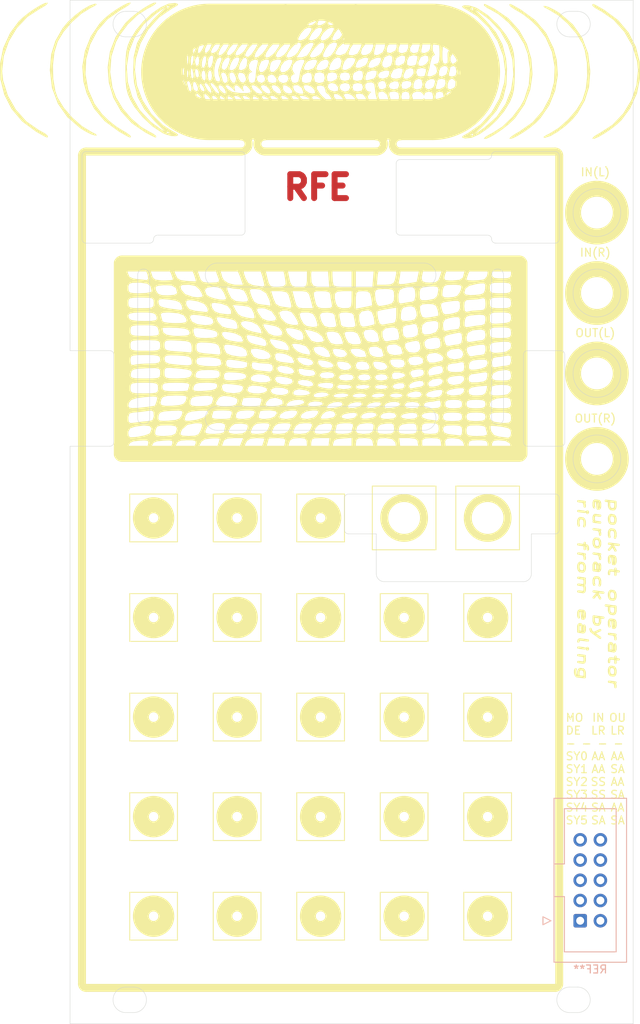
<source format=kicad_pcb>
(kicad_pcb (version 20171130) (host pcbnew "(5.1.12-1-10_14)")
  (layers (0 F.Cu signal) (31 B.Cu signal) (34 B.Paste user) (35 F.Paste user) (36 B.SilkS user) (37 F.SilkS user) (38 B.Mask user hide) (39 F.Mask user hide) (44 Edge.Cuts user))
  (net 0 "")
  (module Connector_IDC:IDC-Header_2x05_P2.54mm_Vertical (layer B.Cu) (at 64.135 115.57)
    (fp_text reference REF** (at 1.27 6.1) (layer B.SilkS) (effects (justify mirror)))
    (fp_text value IDC-Header_2x05_P2.54mm_Vertical)
    (pad 10 thru_hole circle (at 2.54 -10.16) (size 1.7 1.7) (drill 1) (layers *.Cu *.Mask))
    (pad 8 thru_hole circle (at 2.54 -7.62) (size 1.7 1.7) (drill 1) (layers *.Cu *.Mask))
    (pad 6 thru_hole circle (at 2.54 -5.08) (size 1.7 1.7) (drill 1) (layers *.Cu *.Mask))
    (pad 4 thru_hole circle (at 2.54 -2.54) (size 1.7 1.7) (drill 1) (layers *.Cu *.Mask))
    (pad 2 thru_hole circle (at 2.54 0) (size 1.7 1.7) (drill 1) (layers *.Cu *.Mask))
    (pad 9 thru_hole circle (at 0 -10.16) (size 1.7 1.7) (drill 1) (layers *.Cu *.Mask))
    (pad 7 thru_hole circle (at 0 -7.62) (size 1.7 1.7) (drill 1) (layers *.Cu *.Mask))
    (pad 5 thru_hole circle (at 0 -5.08) (size 1.7 1.7) (drill 1) (layers *.Cu *.Mask))
    (pad 3 thru_hole circle (at 0 -2.54) (size 1.7 1.7) (drill 1) (layers *.Cu *.Mask))
    (pad 1 thru_hole roundrect (at 0 0) (size 1.7 1.7) (drill 1) (layers *.Cu *.Mask) (roundrect_rratio 0.147059))
  )
  (module pocket-operator-eurorack:screen (layer F.Cu) (at 31.115 45.085)
    (fp_text reference G*** hide)
    (fp_text value LOGO hide)
  )
  (module "" (layer F.Cu) (at 22.225 12.065)
    (fp_text reference "" (at 22.86 12.7) (layer F.SilkS) (effects (font (size 1.27 1.27))))
    (fp_text value "" (at 22.86 12.7) (layer F.SilkS) (effects (font (size 1.27 1.27))))
  )
  (module pocket-operator-eurorack:side (layer F.Cu) (at 60.325 8.99 180)
    (fp_text reference G*** hide)
    (fp_text value LOGO hide)
  )
  (module pocket-operator-eurorack:side (layer F.Cu) (at 2.54 8.722632)
    (fp_text reference G*** hide)
    (fp_text value LOGO hide)
  )
  (module pocket-operator-eurorack:hook_fill_2 (layer F.Cu) (at 31.75 8.255)
    (fp_text reference G*** hide)
    (fp_text value LOGO hide)
  )
  (gr_arc (start 57 72) (end 57 73) (angle -90) (layer Edge.Cuts) (width 0.05))
  (gr_arc (start 39.5 72) (end 38.5 72) (angle -90) (layer Edge.Cuts) (width 0.05))
  (gr_line (start 35 67) (end 38.5 67) (layer Edge.Cuts) (width 0.05))
  (gr_line (start 38.5 72) (end 38.5 67) (layer Edge.Cuts) (width 0.05))
  (gr_line (start 57 73) (end 39.5 73) (layer Edge.Cuts) (width 0.05))
  (gr_line (start 58 67) (end 58 72) (layer Edge.Cuts) (width 0.05))
  (gr_line (start 11 29.5) (end 21.5 29.5) (layer Edge.Cuts) (width 0.05))
  (gr_arc (start 53.5 19.5) (end 53.5 19) (angle -90) (layer Edge.Cuts) (width 0.05))
  (gr_line (start 41.5 20) (end 52.5 20) (layer Edge.Cuts) (width 0.05))
  (gr_arc (start 52.5 19.5) (end 53 19.5) (angle 90) (layer Edge.Cuts) (width 0.05))
  (gr_line (start 57.000001 55.5) (end 57 44.5) (layer Edge.Cuts) (width 0.05))
  (gr_line (start 62.199999 44.5) (end 62.2 55.5) (layer Edge.Cuts) (width 0.05))
  (gr_arc (start 57.5 55.5) (end 57.5 55.999999) (angle 90) (layer Edge.Cuts) (width 0.05))
  (gr_arc (start 61.7 55.5) (end 61.7 56) (angle -90) (layer Edge.Cuts) (width 0.05))
  (gr_line (start 57.5 56) (end 61.7 56) (layer Edge.Cuts) (width 0.05))
  (gr_arc (start 57.5 44.5) (end 57.5 44) (angle -90) (layer Edge.Cuts) (width 0.05))
  (gr_arc (start 61.7 44.5) (end 61.7 44.000001) (angle 90) (layer Edge.Cuts) (width 0.05))
  (gr_line (start 61.7 44) (end 57.5 44) (layer Edge.Cuts) (width 0.05))
  (gr_line (start 0 0) (end 0 44) (layer Edge.Cuts) (width 0.05))
  (gr_line (start 5.5 44.5) (end 5.5 55.5) (layer Edge.Cuts) (width 0.05))
  (gr_arc (start 5 44.5) (end 5 44) (angle 90) (layer Edge.Cuts) (width 0.05))
  (gr_arc (start 5 55.5) (end 5 56) (angle -90) (layer Edge.Cuts) (width 0.05))
  (gr_line (start 0 44) (end 5 44) (layer Edge.Cuts) (width 0.05))
  (gr_line (start 0 56) (end 5 56) (layer Edge.Cuts) (width 0.05))
  (gr_text RFE (at 31.115 23.495) (layer F.Cu) (effects (font (size 3 3) (thickness 0.75))))
  (gr_line (start 6.5 57) (end 56.5 57) (layer F.SilkS) (width 1.9))
  (gr_line (start 6.5 33) (end 56.5 33) (layer F.SilkS) (width 1.9))
  (gr_line (start 56.75 33) (end 56.75 57) (layer F.SilkS) (width 1.5))
  (gr_line (start 6.25 33) (end 6.25 57) (layer F.SilkS) (width 1.5))
  (gr_line (start 56 56) (end 7 56) (layer F.SilkS) (width 0.12))
  (gr_line (start 7 34) (end 56 34) (layer F.SilkS) (width 0.12))
  (gr_line (start 56 34) (end 56 56) (layer F.SilkS) (width 0.12))
  (gr_line (start 7 34) (end 7 56) (layer F.SilkS) (width 0.12))
  (gr_circle (center 42 65) (end 44.5 65) (layer F.SilkS) (width 1))
  (gr_line (start 49.5 112) (end 55.5 112) (layer F.SilkS) (width 0.12))
  (gr_line (start 39 112) (end 45 112) (layer F.SilkS) (width 0.12))
  (gr_line (start 28.5 112) (end 34.5 112) (layer F.SilkS) (width 0.12))
  (gr_line (start 18 112) (end 24 112) (layer F.SilkS) (width 0.12))
  (gr_line (start 7.5 112) (end 13.5 112) (layer F.SilkS) (width 0.12))
  (gr_line (start 49.5 99.5) (end 55.5 99.5) (layer F.SilkS) (width 0.12))
  (gr_line (start 39 99.5) (end 45 99.5) (layer F.SilkS) (width 0.12))
  (gr_line (start 28.5 99.5) (end 34.5 99.5) (layer F.SilkS) (width 0.12))
  (gr_line (start 18 99.5) (end 24 99.5) (layer F.SilkS) (width 0.12))
  (gr_line (start 7.5 99.5) (end 13.5 99.5) (layer F.SilkS) (width 0.12))
  (gr_line (start 49.5 87) (end 55.5 87) (layer F.SilkS) (width 0.12))
  (gr_line (start 39 87) (end 45 87) (layer F.SilkS) (width 0.12))
  (gr_line (start 28.5 87) (end 34.5 87) (layer F.SilkS) (width 0.12))
  (gr_line (start 18 87) (end 24 87) (layer F.SilkS) (width 0.12))
  (gr_line (start 7.5 87) (end 13.5 87) (layer F.SilkS) (width 0.12))
  (gr_line (start 49.5 74.5) (end 55.5 74.5) (layer F.SilkS) (width 0.12))
  (gr_line (start 39 74.5) (end 45 74.5) (layer F.SilkS) (width 0.12))
  (gr_line (start 28.5 74.5) (end 34.5 74.5) (layer F.SilkS) (width 0.12))
  (gr_line (start 18 74.5) (end 24 74.5) (layer F.SilkS) (width 0.12))
  (gr_line (start 7.5 74.5) (end 13.5 74.5) (layer F.SilkS) (width 0.12))
  (gr_line (start 48.5 61) (end 56.5 61) (layer F.SilkS) (width 0.12))
  (gr_line (start 38 61) (end 46 61) (layer F.SilkS) (width 0.12))
  (gr_line (start 28.5 62) (end 34.5 62) (layer F.SilkS) (width 0.12))
  (gr_line (start 18 62) (end 24 62) (layer F.SilkS) (width 0.12))
  (gr_circle (center 52.5 115) (end 53.1 115) (layer F.SilkS) (width 2))
  (gr_circle (center 42 115) (end 42.6 115) (layer F.SilkS) (width 2))
  (gr_circle (center 31.5 115) (end 32.1 115) (layer F.SilkS) (width 2))
  (gr_circle (center 21 115) (end 21.6 115) (layer F.SilkS) (width 2))
  (gr_circle (center 10.5 115) (end 11.1 115) (layer F.SilkS) (width 2))
  (gr_circle (center 52.5 102.5) (end 53.1 102.5) (layer F.SilkS) (width 2))
  (gr_circle (center 42 102.5) (end 42.6 102.5) (layer F.SilkS) (width 2))
  (gr_circle (center 31.5 102.5) (end 32.1 102.5) (layer F.SilkS) (width 2))
  (gr_circle (center 21 102.5) (end 21.6 102.5) (layer F.SilkS) (width 2))
  (gr_circle (center 10.5 102.5) (end 11.1 102.5) (layer F.SilkS) (width 2))
  (gr_circle (center 52.5 90) (end 53.1 90) (layer F.SilkS) (width 2))
  (gr_circle (center 42 90) (end 42.6 90) (layer F.SilkS) (width 2))
  (gr_circle (center 31.5 90) (end 32.1 90) (layer F.SilkS) (width 2))
  (gr_circle (center 21 90) (end 21.6 90) (layer F.SilkS) (width 2))
  (gr_circle (center 10.5 90) (end 11.1 90) (layer F.SilkS) (width 2))
  (gr_circle (center 52.5 77.5) (end 53.1 77.5) (layer F.SilkS) (width 2))
  (gr_circle (center 42 77.5) (end 42.6 77.5) (layer F.SilkS) (width 2))
  (gr_circle (center 31.5 77.5) (end 32.1 77.5) (layer F.SilkS) (width 2))
  (gr_circle (center 21 77.5) (end 21.6 77.5) (layer F.SilkS) (width 2))
  (gr_circle (center 10.5 77.5) (end 11.1 77.5) (layer F.SilkS) (width 2))
  (gr_circle (center 52.5 65) (end 55 65) (layer F.SilkS) (width 1))
  (gr_circle (center 31.5 65) (end 32.1 65) (layer F.SilkS) (width 2))
  (gr_circle (center 21 65) (end 21.6 65) (layer F.SilkS) (width 2))
  (gr_line (start 49.5 112) (end 49.5 118) (layer F.SilkS) (width 0.12))
  (gr_line (start 39 112) (end 39 118) (layer F.SilkS) (width 0.12))
  (gr_line (start 28.5 112) (end 28.5 118) (layer F.SilkS) (width 0.12))
  (gr_line (start 18 112) (end 18 118) (layer F.SilkS) (width 0.12))
  (gr_line (start 7.5 112) (end 7.5 118) (layer F.SilkS) (width 0.12))
  (gr_line (start 49.5 99.5) (end 49.5 105.5) (layer F.SilkS) (width 0.12))
  (gr_line (start 39 99.5) (end 39 105.5) (layer F.SilkS) (width 0.12))
  (gr_line (start 28.5 99.5) (end 28.5 105.5) (layer F.SilkS) (width 0.12))
  (gr_line (start 18 99.5) (end 18 105.5) (layer F.SilkS) (width 0.12))
  (gr_line (start 7.5 99.5) (end 7.5 105.5) (layer F.SilkS) (width 0.12))
  (gr_line (start 49.5 87) (end 49.5 93) (layer F.SilkS) (width 0.12))
  (gr_line (start 39 87) (end 39 93) (layer F.SilkS) (width 0.12))
  (gr_line (start 28.5 87) (end 28.5 93) (layer F.SilkS) (width 0.12))
  (gr_line (start 18 87) (end 18 93) (layer F.SilkS) (width 0.12))
  (gr_line (start 7.5 87) (end 7.5 93) (layer F.SilkS) (width 0.12))
  (gr_line (start 49.5 74.5) (end 49.5 80.5) (layer F.SilkS) (width 0.12))
  (gr_line (start 39 74.5) (end 39 80.5) (layer F.SilkS) (width 0.12))
  (gr_line (start 28.5 74.5) (end 28.5 80.5) (layer F.SilkS) (width 0.12))
  (gr_line (start 18 74.5) (end 18 80.5) (layer F.SilkS) (width 0.12))
  (gr_line (start 7.5 74.5) (end 7.5 80.5) (layer F.SilkS) (width 0.12))
  (gr_line (start 48.5 61) (end 48.5 69) (layer F.SilkS) (width 0.12))
  (gr_line (start 38 61) (end 38 69) (layer F.SilkS) (width 0.12))
  (gr_line (start 28.5 62) (end 28.5 68) (layer F.SilkS) (width 0.12))
  (gr_line (start 18 62) (end 18 68) (layer F.SilkS) (width 0.12))
  (gr_line (start 49.5 118) (end 55.5 118) (layer F.SilkS) (width 0.12))
  (gr_line (start 39 118) (end 45 118) (layer F.SilkS) (width 0.12))
  (gr_line (start 28.5 118) (end 34.5 118) (layer F.SilkS) (width 0.12))
  (gr_line (start 18 118) (end 24 118) (layer F.SilkS) (width 0.12))
  (gr_line (start 7.5 118) (end 13.5 118) (layer F.SilkS) (width 0.12))
  (gr_line (start 49.5 105.5) (end 55.5 105.5) (layer F.SilkS) (width 0.12))
  (gr_line (start 39 105.5) (end 45 105.5) (layer F.SilkS) (width 0.12))
  (gr_line (start 28.5 105.5) (end 34.5 105.5) (layer F.SilkS) (width 0.12))
  (gr_line (start 18 105.5) (end 24 105.5) (layer F.SilkS) (width 0.12))
  (gr_line (start 7.5 105.5) (end 13.5 105.5) (layer F.SilkS) (width 0.12))
  (gr_line (start 49.5 93) (end 55.5 93) (layer F.SilkS) (width 0.12))
  (gr_line (start 39 93) (end 45 93) (layer F.SilkS) (width 0.12))
  (gr_line (start 28.5 93) (end 34.5 93) (layer F.SilkS) (width 0.12))
  (gr_line (start 18 93) (end 24 93) (layer F.SilkS) (width 0.12))
  (gr_line (start 7.5 93) (end 13.5 93) (layer F.SilkS) (width 0.12))
  (gr_line (start 49.5 80.5) (end 55.5 80.5) (layer F.SilkS) (width 0.12))
  (gr_line (start 39 80.5) (end 45 80.5) (layer F.SilkS) (width 0.12))
  (gr_line (start 28.5 80.5) (end 34.5 80.5) (layer F.SilkS) (width 0.12))
  (gr_line (start 18 80.5) (end 24 80.5) (layer F.SilkS) (width 0.12))
  (gr_line (start 7.5 80.5) (end 13.5 80.5) (layer F.SilkS) (width 0.12))
  (gr_line (start 48.5 69) (end 56.5 69) (layer F.SilkS) (width 0.12))
  (gr_line (start 38 69) (end 46 69) (layer F.SilkS) (width 0.12))
  (gr_line (start 28.5 68) (end 34.5 68) (layer F.SilkS) (width 0.12))
  (gr_line (start 18 68) (end 24 68) (layer F.SilkS) (width 0.12))
  (gr_line (start 55.5 112) (end 55.5 118) (layer F.SilkS) (width 0.12))
  (gr_line (start 45 112) (end 45 118) (layer F.SilkS) (width 0.12))
  (gr_line (start 34.5 112) (end 34.5 118) (layer F.SilkS) (width 0.12))
  (gr_line (start 24 112) (end 24 118) (layer F.SilkS) (width 0.12))
  (gr_line (start 13.5 112) (end 13.5 118) (layer F.SilkS) (width 0.12))
  (gr_line (start 55.5 99.5) (end 55.5 105.5) (layer F.SilkS) (width 0.12))
  (gr_line (start 45 99.5) (end 45 105.5) (layer F.SilkS) (width 0.12))
  (gr_line (start 34.5 99.5) (end 34.5 105.5) (layer F.SilkS) (width 0.12))
  (gr_line (start 24 99.5) (end 24 105.5) (layer F.SilkS) (width 0.12))
  (gr_line (start 13.5 99.5) (end 13.5 105.5) (layer F.SilkS) (width 0.12))
  (gr_line (start 55.5 87) (end 55.5 93) (layer F.SilkS) (width 0.12))
  (gr_line (start 45 87) (end 45 93) (layer F.SilkS) (width 0.12))
  (gr_line (start 34.5 87) (end 34.5 93) (layer F.SilkS) (width 0.12))
  (gr_line (start 24 87) (end 24 93) (layer F.SilkS) (width 0.12))
  (gr_line (start 13.5 87) (end 13.5 93) (layer F.SilkS) (width 0.12))
  (gr_line (start 55.5 74.5) (end 55.5 80.5) (layer F.SilkS) (width 0.12))
  (gr_line (start 45 74.5) (end 45 80.5) (layer F.SilkS) (width 0.12))
  (gr_line (start 34.5 74.5) (end 34.5 80.5) (layer F.SilkS) (width 0.12))
  (gr_line (start 24 74.5) (end 24 80.5) (layer F.SilkS) (width 0.12))
  (gr_line (start 13.5 74.5) (end 13.5 80.5) (layer F.SilkS) (width 0.12))
  (gr_line (start 56.5 61) (end 56.5 69) (layer F.SilkS) (width 0.12))
  (gr_line (start 46 61) (end 46 69) (layer F.SilkS) (width 0.12))
  (gr_line (start 34.5 62) (end 34.5 68) (layer F.SilkS) (width 0.12))
  (gr_line (start 24 62) (end 24 68) (layer F.SilkS) (width 0.12))
  (gr_circle (center 10.5 65) (end 11.1 65) (layer F.SilkS) (width 2))
  (gr_line (start 7.5 68) (end 13.5 68) (layer F.SilkS) (width 0.12))
  (gr_line (start 7.5 62) (end 13.5 62) (layer F.SilkS) (width 0.12))
  (gr_line (start 13.5 62) (end 13.5 68) (layer F.SilkS) (width 0.12))
  (gr_line (start 7.5 62) (end 7.5 68) (layer F.SilkS) (width 0.12))
  (gr_arc (start 17.5 9) (end 17.5 17.5) (angle 180) (layer F.SilkS) (width 0.12))
  (gr_text "pocket operator\neurorack by \nric from ealing" (at 66.375 62.23 -90) (layer F.SilkS) (effects (font (size 1.2 2) (thickness 0.3) italic) (justify left)))
  (gr_line (start 27.5 1.5) (end 35.5 1.5) (layer F.SilkS) (width 2))
  (gr_poly (pts (xy 28.5115 5.461) (xy 26.8605 5.461) (xy 28.5115 4.699)) (layer F.SilkS) (width 0.1))
  (gr_poly (pts (xy 36.068 5.461) (xy 34.544 5.461) (xy 34.544 4.953)) (layer F.SilkS) (width 0.1))
  (gr_arc (start 31.5 5.5) (end 34.5 5.5) (angle -180) (layer F.SilkS) (width 0.12))
  (gr_line (start 36.5 3) (end 45.5 3) (layer F.SilkS) (width 5))
  (gr_line (start 17.5 3) (end 26.5 3) (layer F.SilkS) (width 5))
  (gr_arc (start 45.5 9) (end 45.5 3) (angle 180) (layer F.SilkS) (width 5))
  (gr_arc (start 17.5 9) (end 17.5 3) (angle -180) (layer F.SilkS) (width 5))
  (gr_line (start 17.5 15) (end 45.5 15) (layer F.SilkS) (width 5))
  (gr_arc (start 45.5 9) (end 45.5 12.5) (angle -180) (layer F.SilkS) (width 0.12))
  (gr_arc (start 17.5 9) (end 17.5 5.5) (angle -180) (layer F.SilkS) (width 0.12))
  (gr_arc (start 31.496 5.461) (end 35.306 4.445) (angle -148.3693089) (layer F.SilkS) (width 2))
  (gr_line (start 34.5 5.5) (end 45.5 5.5) (layer F.SilkS) (width 0.12))
  (gr_line (start 17.5 5.5) (end 28.5 5.5) (layer F.SilkS) (width 0.12))
  (gr_line (start 17.5 12.5) (end 45.5 12.5) (layer F.SilkS) (width 0.12))
  (gr_arc (start 52.5 30) (end 53 30) (angle -90) (layer Edge.Cuts) (width 0.05))
  (gr_arc (start 41.5 20.5) (end 41.5 20) (angle -90) (layer Edge.Cuts) (width 0.05))
  (gr_line (start 61 30.5) (end 53.5 30.5) (layer Edge.Cuts) (width 0.05))
  (gr_line (start 61 19) (end 53.5 19) (layer Edge.Cuts) (width 0.05))
  (gr_line (start 61.5 30) (end 61.5 19.5) (layer Edge.Cuts) (width 0.05))
  (gr_arc (start 61 30) (end 61 30.5) (angle -90) (layer Edge.Cuts) (width 0.05))
  (gr_line (start 41.5 29.5) (end 52.5 29.5) (layer Edge.Cuts) (width 0.05))
  (gr_line (start 41 20.5) (end 41 29) (layer Edge.Cuts) (width 0.05))
  (gr_arc (start 41.5 29) (end 41 29) (angle -90) (layer Edge.Cuts) (width 0.05))
  (gr_arc (start 61 19.5) (end 61.5 19.5) (angle -90) (layer Edge.Cuts) (width 0.05))
  (gr_arc (start 53.5 30) (end 53 30) (angle -90) (layer Edge.Cuts) (width 0.05))
  (gr_arc (start 2 30) (end 1.5 30) (angle -90) (layer Edge.Cuts) (width 0.05))
  (gr_arc (start 21.5 29) (end 21.5 29.5) (angle -90) (layer Edge.Cuts) (width 0.05))
  (gr_arc (start 21.5 19.5) (end 22 19.5) (angle -90) (layer Edge.Cuts) (width 0.05))
  (gr_arc (start 10 30) (end 10 30.5) (angle -90) (layer Edge.Cuts) (width 0.05))
  (gr_arc (start 11 30) (end 10.5 30) (angle 90) (layer Edge.Cuts) (width 0.05))
  (gr_arc (start 2 19.5) (end 2 19) (angle -90) (layer Edge.Cuts) (width 0.05))
  (gr_arc (start 61 62.5) (end 61 62) (angle 90) (layer Edge.Cuts) (width 0.05))
  (gr_arc (start 61 66.5) (end 61 67) (angle -90) (layer Edge.Cuts) (width 0.05))
  (gr_arc (start 35 66.5) (end 34.5 66.5) (angle -90) (layer Edge.Cuts) (width 0.05))
  (gr_arc (start 35 62.5) (end 35 62) (angle -90) (layer Edge.Cuts) (width 0.05))
  (gr_arc (start 9.25 52.5) (end 8.5 52.5) (angle -180) (layer Edge.Cuts) (width 0.05))
  (gr_arc (start 9.25 34.5) (end 10 34.5) (angle -180) (layer Edge.Cuts) (width 0.05))
  (gr_arc (start 53.75 34.5) (end 54.5 34.5) (angle -180) (layer Edge.Cuts) (width 0.05))
  (gr_arc (start 53.75 52.5) (end 53 52.5) (angle -180) (layer Edge.Cuts) (width 0.05))
  (gr_arc (start 44.5 52.5) (end 44.5 54) (angle -180) (layer Edge.Cuts) (width 0.05))
  (gr_arc (start 18.5 52.5) (end 18.5 54) (angle 180) (layer Edge.Cuts) (width 0.05))
  (gr_arc (start 44.5 34.5) (end 44.5 36) (angle -180) (layer Edge.Cuts) (width 0.05))
  (gr_arc (start 18.5 34.5) (end 18.5 33) (angle -180) (layer Edge.Cuts) (width 0.05))
  (gr_line (start 1.5 19.5) (end 1.5 30) (layer Edge.Cuts) (width 0.05))
  (gr_text "OU\nLR\n\nAA\nSA\nAA\nSA\nAA\nSA" (at 68.834 96.52) (layer F.SilkS) (effects (font (size 1 1))))
  (gr_text "IN\nLR\n\nAA\nAA\nSS\nSS\nSA\nSA" (at 66.421 96.52) (layer F.SilkS) (effects (font (size 1 1))))
  (gr_text "MO\nDE\n- - - -\nSY0\nSY1\nSY2\nSY3\nSY4\nSY5" (at 62.23 96.52) (layer F.SilkS) (effects (font (size 1 1)) (justify left)))
  (gr_line (start 34.5 62.5) (end 34.5 66.5) (layer Edge.Cuts) (width 0.05))
  (gr_circle (center 66.24 57.59) (end 69.24 57.59) (layer F.SilkS) (width 2))
  (gr_circle (center 66.24 46.86) (end 69.24 46.86) (layer F.SilkS) (width 2))
  (gr_circle (center 66.24 36.765) (end 69.24 36.765) (layer F.SilkS) (width 2))
  (gr_circle (center 66.24 57.59) (end 69.24 57.59) (layer Edge.Cuts) (width 0.05))
  (gr_circle (center 66.24 46.86) (end 69.24 46.86) (layer Edge.Cuts) (width 0.05))
  (gr_circle (center 66.24 36.765) (end 69.24 36.765) (layer Edge.Cuts) (width 0.05))
  (gr_text "OUT(R)" (at 66.04 52.51) (layer F.SilkS) (effects (font (size 1 1))))
  (gr_text "OUT(L)" (at 66.04 41.78) (layer F.SilkS) (effects (font (size 1 1))))
  (gr_text "IN(R)" (at 66.04 31.685) (layer F.SilkS) (effects (font (size 1 1))))
  (gr_text "IN(L)" (at 66.04 21.59) (layer F.SilkS) (effects (font (size 1 1))))
  (gr_circle (center 66.24 26.67) (end 69.24 26.67) (layer F.SilkS) (width 2))
  (gr_line (start 18.5 51) (end 44.5 51) (layer Edge.Cuts) (width 0.05))
  (gr_line (start 18.5 54) (end 44.5 54) (layer Edge.Cuts) (width 0.05))
  (gr_line (start 18.5 36) (end 44.5 36) (layer Edge.Cuts) (width 0.05))
  (gr_line (start 18.5 33) (end 44.5 33) (layer Edge.Cuts) (width 0.05))
  (gr_line (start 54.5 52.5) (end 54.5 34.5) (layer Edge.Cuts) (width 0.05))
  (gr_line (start 53 34.5) (end 53 52.5) (layer Edge.Cuts) (width 0.05))
  (gr_line (start 61.5 62.5) (end 61.5 66.5) (layer Edge.Cuts) (width 0.05))
  (gr_line (start 58 67) (end 61 67) (layer Edge.Cuts) (width 0.05))
  (gr_line (start 35 62) (end 61 62) (layer Edge.Cuts) (width 0.05))
  (gr_line (start 10 52.5) (end 10 34.5) (layer Edge.Cuts) (width 0.05))
  (gr_line (start 8.5 34.5) (end 8.5 52.5) (layer Edge.Cuts) (width 0.05))
  (gr_line (start 0 56) (end 0 128.5) (layer Edge.Cuts) (width 0.05))
  (gr_line (start 22 29) (end 22 19.5) (layer Edge.Cuts) (width 0.05))
  (gr_line (start 2 30.5) (end 10 30.5) (layer Edge.Cuts) (width 0.05))
  (gr_line (start 2 19) (end 21.5 19) (layer Edge.Cuts) (width 0.05))
  (gr_circle (center 66.24 26.67) (end 69.24 26.67) (layer Edge.Cuts) (width 0.05))
  (gr_line (start 61.5 19.5) (end 61.5 123.5) (layer F.SilkS) (width 1))
  (gr_arc (start 61 19.5) (end 61 19) (angle 90) (layer F.SilkS) (width 1))
  (gr_arc (start 61 123.5) (end 61 124) (angle -90) (layer F.SilkS) (width 1))
  (gr_line (start 1.5 19.5) (end 1.5 123.5) (layer F.SilkS) (width 1))
  (gr_arc (start 2 123.5) (end 2 124) (angle 90) (layer F.SilkS) (width 1))
  (gr_arc (start 2 19.5) (end 2 19) (angle -90) (layer F.SilkS) (width 1))
  (gr_line (start 17.5 0.5) (end 45.5 0.5) (layer F.SilkS) (width 0.12))
  (gr_line (start 24.5 19) (end 38.5 19) (layer F.SilkS) (width 1))
  (gr_line (start 38.5 17.5) (end 24.5 17.5) (layer F.SilkS) (width 0.12))
  (gr_arc (start 38.5 18.05) (end 38.5 19) (angle -180) (layer F.SilkS) (width 1))
  (gr_arc (start 24.5 18.05) (end 24.5 19) (angle 180) (layer F.SilkS) (width 1))
  (gr_line (start 41.5 17.5) (end 45.5 17.5) (layer F.SilkS) (width 0.12))
  (gr_line (start 17.5 17.5) (end 21.5 17.5) (layer F.SilkS) (width 0.12))
  (gr_arc (start 45.5 9) (end 45.5 17.5) (angle -180) (layer F.SilkS) (width 0.12))
  (gr_arc (start 41.5 18.05) (end 41.5 19) (angle 180) (layer F.SilkS) (width 1))
  (gr_arc (start 21.5 18.05) (end 21.5 19) (angle -180) (layer F.SilkS) (width 1))
  (gr_line (start 2 19) (end 21.5 19) (layer F.SilkS) (width 1))
  (gr_line (start 41.5 19) (end 61 19) (layer F.SilkS) (width 1))
  (gr_line (start 2 124) (end 61 124) (layer F.SilkS) (width 1))
  (gr_line (start 62.8 127.1) (end 63.8 127.1) (layer Edge.Cuts) (width 0.05))
  (gr_line (start 7 127.1) (end 8 127.1) (layer Edge.Cuts) (width 0.05))
  (gr_line (start 62.8 4.6) (end 63.8 4.6) (layer Edge.Cuts) (width 0.05))
  (gr_line (start 62.8 123.9) (end 63.8 123.9) (layer Edge.Cuts) (width 0.05))
  (gr_line (start 7 123.9) (end 8 123.9) (layer Edge.Cuts) (width 0.05))
  (gr_line (start 62.8 1.4) (end 63.8 1.4) (layer Edge.Cuts) (width 0.05))
  (gr_arc (start 63.8 125.5) (end 63.8 127.1) (angle -180) (layer Edge.Cuts) (width 0.05))
  (gr_arc (start 8 125.5) (end 8 127.1) (angle -180) (layer Edge.Cuts) (width 0.05))
  (gr_arc (start 63.8 3) (end 63.8 4.6) (angle -180) (layer Edge.Cuts) (width 0.05))
  (gr_arc (start 62.8 125.5) (end 62.8 123.9) (angle -180) (layer Edge.Cuts) (width 0.05))
  (gr_arc (start 7 125.5) (end 7 123.9) (angle -180) (layer Edge.Cuts) (width 0.05))
  (gr_arc (start 62.8 3) (end 62.8 1.4) (angle -180) (layer Edge.Cuts) (width 0.05))
  (gr_line (start 7 4.6) (end 8 4.6) (layer Edge.Cuts) (width 0.05))
  (gr_line (start 7 1.4) (end 8 1.4) (layer Edge.Cuts) (width 0.05))
  (gr_arc (start 8 3) (end 8 4.6) (angle -180) (layer Edge.Cuts) (width 0.05))
  (gr_arc (start 7 3) (end 7 1.4) (angle -180) (layer Edge.Cuts) (width 0.05))
  (gr_line (start 0 128.5) (end 70.8 128.5) (layer Edge.Cuts) (width 0.05))
  (gr_line (start 0 0) (end 70.8 0) (layer Edge.Cuts) (width 0.05))
  (gr_line (start 70.8 0) (end 70.8 128.5) (layer Edge.Cuts) (width 0.05))
)
</source>
